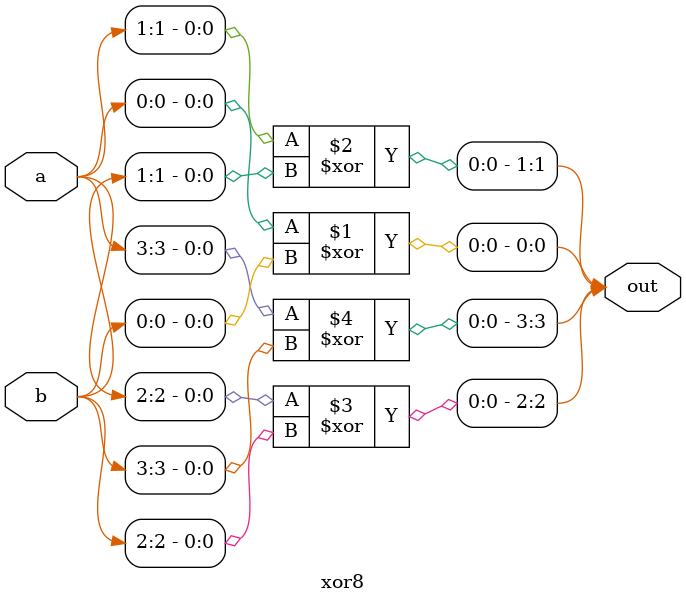
<source format=v>
module xor8 (
    input [3:0] a,
    input [3:0] b,
    output [3:0] out
);

  // Instantiate an xor gate primitive
    xor (out[0], a[0], b[0]);
    xor (out[1], a[1], b[1]);
    xor (out[2], a[2], b[2]);
    xor (out[3], a[3], b[3]);
    

endmodule
</source>
